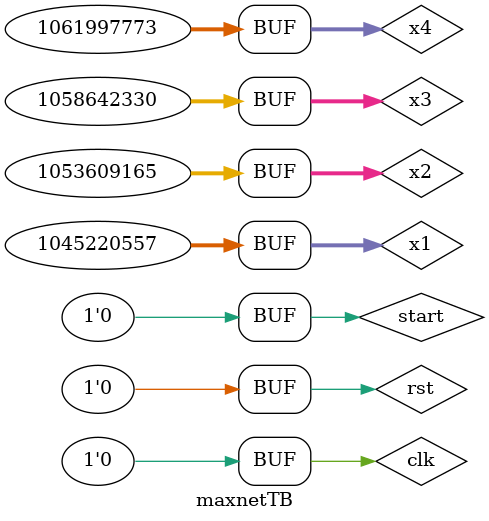
<source format=v>
`include "Toplevel.v"

module maxnetTB;

reg clk = 0 ,start = 0,rst = 1;
reg[31:0] x1,x2,x3,x4;
wire[31:0] out;
wire done;

Toplevel toplevel(clk,rst,start,x1,x2,x3,x4,out,done);

    initial begin

        $dumpfile("maxnetTB.vcd");
        $dumpvars(0, maxnetTB);

        clk = 0;
        #50;
        clk = !clk;
        #50 rst = 0;
        clk = !clk;
        #50;
        clk = !clk;
        #50;
        clk = !clk;
        #50;
        clk = !clk;
        #50;
        clk = !clk;
        #50;
        clk = !clk;
        #50;
        clk = !clk;
        
        x1 = 32'b00111110010011001100110011001101;
        x2 = 32'b00111110110011001100110011001101;
        x3 = 32'b00111111000110011001100110011010;
        x4 = 32'b00111111010011001100110011001101;
        #50;
        clk = !clk;
        #50;
        clk = !clk;
        #50;
        clk = !clk;
        #50;
        clk = !clk;
        #50;
        clk = !clk;
        #50;
        clk = !clk;
        #50;
        clk = !clk;
        #50;
        clk = !clk;
        #50;
        clk = !clk;
        /*x1 = 32'b00111101110011001100110011001101;
        x2 = 32'b00111110100000000000000000000000;
        x4 = 32'b01000000011000000000000000000000;
        x3 = 32'b01000000101001100110011001100110;*/

        /*x1 = 32'b00111101110011001100110011001101;
        x2 = 32'b00111110100000000000000000000000;
        x4 = 32'b00111111010110011001100110011010;
        x3 = 32'b00111111011100110011001100110011;*/
        start = 1;

        #50 start = 0;
        #50;
        clk = !clk;
        #50;
        clk = !clk;

    end

endmodule

</source>
